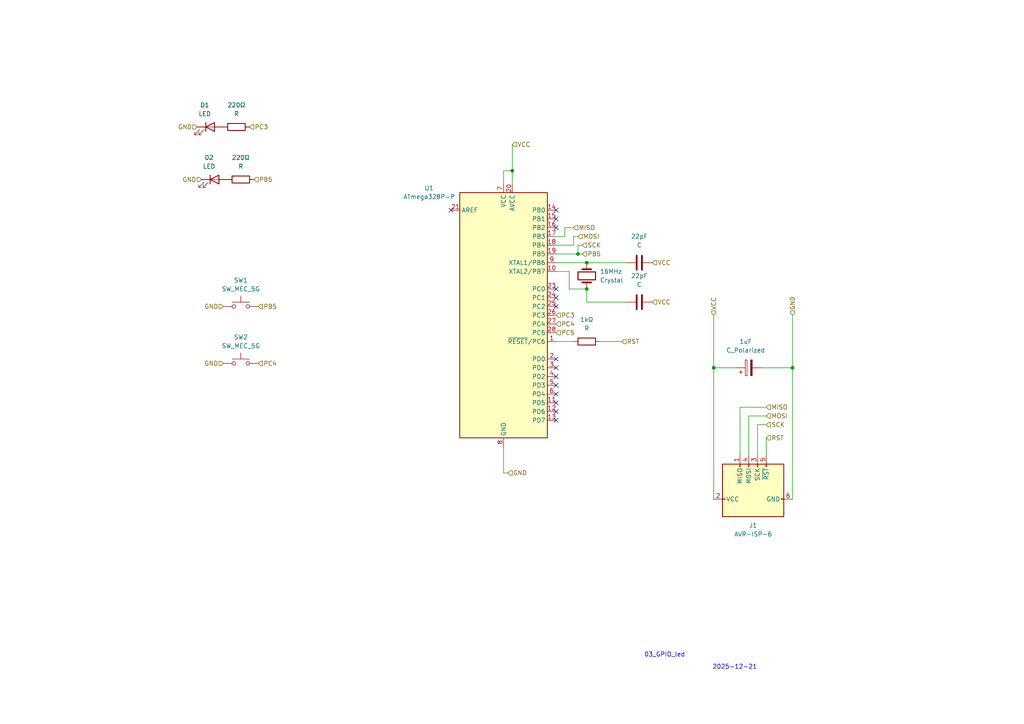
<source format=kicad_sch>
(kicad_sch (version 20250114) (generator "eeschema") (generator_version "9.0")
  (paper "A4")
  (lib_symbols
    (symbol "Connector:AVR-ISP-6" (pin_names (offset 1.016))
      (property "Reference" "J" (at -6.35 11.43 0))
      (property "Value" "AVR-ISP-6" (at 0 11.43 0))
      (symbol "AVR-ISP-6_0_1"
        (rectangle (start -2.667 10.16) (end -2.413 9.398))
        (rectangle (start -2.667 -6.858) (end -2.413 -7.62))
        (rectangle (start 7.62 10.16) (end -7.62 -7.62) (stroke (width 0.254)) (fill (type background)))
        (rectangle (start 7.62 5.207) (end 6.858 4.953))
        (rectangle (start 7.62 2.667) (end 6.858 2.413))
        (rectangle (start 7.62 0.127) (end 6.858 -0.127))
        (rectangle (start 7.62 -2.413) (end 6.858 -2.667))
      )
      (symbol "AVR-ISP-6_1_1"
        (pin passive line (at -2.54 12.7 270) (length 2.54) (name "VCC") (number "2"))
        (pin passive line (at -2.54 -10.16 90) (length 2.54) (name "GND") (number "6"))
        (pin passive line (at 10.16 5.08 180) (length 2.54) (name "MISO") (number "1"))
        (pin passive line (at 10.16 2.54 180) (length 2.54) (name "MOSI") (number "4"))
        (pin passive line (at 10.16 0 180) (length 2.54) (name "SCK") (number "3"))
        (pin passive line (at 10.16 -2.54 180) (length 2.54) (name "~{RST}") (number "5"))
      )
    )
    (symbol "Device:C" (pin_numbers (hide yes)) (pin_names (offset 0.254))
      (property "Reference" "C" (at 0.635 2.54 0))
      (property "Value" "C" (at 0.635 -2.54 0))
      (symbol "C_0_1"
        (polyline (pts (xy -2.032 0.762) (xy 2.032 0.762)) (stroke (width 0.508)))
        (polyline (pts (xy -2.032 -0.762) (xy 2.032 -0.762)) (stroke (width 0.508)))
      )
      (symbol "C_1_1"
        (pin passive line (at 0 3.81 270) (length 2.794) (name "~") (number "1"))
        (pin passive line (at 0 -3.81 90) (length 2.794) (name "~") (number "2"))
      )
    )
    (symbol "Device:C_Polarized" (pin_numbers (hide yes)) (pin_names (offset 0.254))
      (property "Reference" "C" (at 0.635 2.54 0))
      (property "Value" "C_Polarized" (at 0.635 -2.54 0))
      (symbol "C_Polarized_0_1"
        (rectangle (start -2.286 0.508) (end 2.286 1.016))
        (polyline (pts (xy -1.778 2.286) (xy -0.762 2.286)))
        (polyline (pts (xy -1.27 2.794) (xy -1.27 1.778)))
        (rectangle (start 2.286 -0.508) (end -2.286 -1.016) (fill (type outline)))
      )
      (symbol "C_Polarized_1_1"
        (pin passive line (at 0 3.81 270) (length 2.794) (name "~") (number "1"))
        (pin passive line (at 0 -3.81 90) (length 2.794) (name "~") (number "2"))
      )
    )
    (symbol "Device:Crystal" (pin_numbers (hide yes)) (pin_names (offset 1.016) (hide yes))
      (property "Reference" "Y" (at 0 3.81 0))
      (property "Value" "Crystal" (at 0 -3.81 0))
      (symbol "Crystal_0_1"
        (polyline (pts (xy -2.54 0) (xy -1.905 0)))
        (polyline (pts (xy -1.905 -1.27) (xy -1.905 1.27)) (stroke (width 0.508)))
        (rectangle (start -1.143 2.54) (end 1.143 -2.54) (stroke (width 0.3048)))
        (polyline (pts (xy 1.905 -1.27) (xy 1.905 1.27)) (stroke (width 0.508)))
        (polyline (pts (xy 2.54 0) (xy 1.905 0)))
      )
      (symbol "Crystal_1_1"
        (pin passive line (at -3.81 0 0) (length 1.27) (name "1") (number "1"))
        (pin passive line (at 3.81 0 180) (length 1.27) (name "2") (number "2"))
      )
    )
    (symbol "Device:LED" (pin_numbers (hide yes)) (pin_names (offset 1.016) (hide yes))
      (property "Reference" "D" (at 0 2.54 0))
      (property "Value" "LED" (at 0 -2.54 0))
      (symbol "LED_0_1"
        (polyline (pts (xy -3.048 -0.762) (xy -4.572 -2.286) (xy -3.81 -2.286) (xy -4.572 -2.286) (xy -4.572 -1.524)))
        (polyline (pts (xy -1.778 -0.762) (xy -3.302 -2.286) (xy -2.54 -2.286) (xy -3.302 -2.286) (xy -3.302 -1.524)))
        (polyline (pts (xy -1.27 0) (xy 1.27 0)))
        (polyline (pts (xy -1.27 -1.27) (xy -1.27 1.27)) (stroke (width 0.254)))
        (polyline (pts (xy 1.27 -1.27) (xy 1.27 1.27) (xy -1.27 0) (xy 1.27 -1.27)) (stroke (width 0.254)))
      )
      (symbol "LED_1_1"
        (pin passive line (at -3.81 0 0) (length 2.54) (name "K") (number "1"))
        (pin passive line (at 3.81 0 180) (length 2.54) (name "A") (number "2"))
      )
    )
    (symbol "Device:R" (pin_numbers (hide yes)) (pin_names (offset 0))
      (property "Reference" "R" (at 2.032 0 90))
      (property "Value" "R" (at 0 0 90))
      (symbol "R_0_1"
        (rectangle (start -1.016 -2.54) (end 1.016 2.54) (stroke (width 0.254)))
      )
      (symbol "R_1_1"
        (pin passive line (at 0 3.81 270) (length 1.27) (name "~") (number "1"))
        (pin passive line (at 0 -3.81 90) (length 1.27) (name "~") (number "2"))
      )
    )
    (symbol "MCU_Microchip_ATmega:ATmega328P-P"
      (property "Reference" "U" (at -12.7 36.83 0))
      (property "Value" "ATmega328P-P" (at 2.54 -36.83 0))
      (symbol "ATmega328P-P_0_1"
        (rectangle (start -12.7 -35.56) (end 12.7 35.56) (stroke (width 0.254)) (fill (type background)))
      )
      (symbol "ATmega328P-P_1_1"
        (pin passive line (at -15.24 30.48 0) (length 2.54) (name "AREF") (number "21"))
        (pin power_in line (at 0 38.1 270) (length 2.54) (name "VCC") (number "7"))
        (pin passive line (at 0 -38.1 90) (length 2.54) (hide yes) (name "GND") (number "22"))
        (pin power_in line (at 0 -38.1 90) (length 2.54) (name "GND") (number "8"))
        (pin power_in line (at 2.54 38.1 270) (length 2.54) (name "AVCC") (number "20"))
        (pin bidirectional line (at 15.24 30.48 180) (length 2.54) (name "PB0") (number "14"))
        (pin bidirectional line (at 15.24 27.94 180) (length 2.54) (name "PB1") (number "15"))
        (pin bidirectional line (at 15.24 25.4 180) (length 2.54) (name "PB2") (number "16"))
        (pin bidirectional line (at 15.24 22.86 180) (length 2.54) (name "PB3") (number "17"))
        (pin bidirectional line (at 15.24 20.32 180) (length 2.54) (name "PB4") (number "18"))
        (pin bidirectional line (at 15.24 17.78 180) (length 2.54) (name "PB5") (number "19"))
        (pin bidirectional line (at 15.24 15.24 180) (length 2.54) (name "XTAL1/PB6") (number "9"))
        (pin bidirectional line (at 15.24 12.7 180) (length 2.54) (name "XTAL2/PB7") (number "10"))
        (pin bidirectional line (at 15.24 7.62 180) (length 2.54) (name "PC0") (number "23"))
        (pin bidirectional line (at 15.24 5.08 180) (length 2.54) (name "PC1") (number "24"))
        (pin bidirectional line (at 15.24 2.54 180) (length 2.54) (name "PC2") (number "25"))
        (pin bidirectional line (at 15.24 0 180) (length 2.54) (name "PC3") (number "26"))
        (pin bidirectional line (at 15.24 -2.54 180) (length 2.54) (name "PC4") (number "27"))
        (pin bidirectional line (at 15.24 -5.08 180) (length 2.54) (name "PC5") (number "28"))
        (pin bidirectional line (at 15.24 -7.62 180) (length 2.54) (name "~{RESET}/PC6") (number "1"))
        (pin bidirectional line (at 15.24 -12.7 180) (length 2.54) (name "PD0") (number "2"))
        (pin bidirectional line (at 15.24 -15.24 180) (length 2.54) (name "PD1") (number "3"))
        (pin bidirectional line (at 15.24 -17.78 180) (length 2.54) (name "PD2") (number "4"))
        (pin bidirectional line (at 15.24 -20.32 180) (length 2.54) (name "PD3") (number "5"))
        (pin bidirectional line (at 15.24 -22.86 180) (length 2.54) (name "PD4") (number "6"))
        (pin bidirectional line (at 15.24 -25.4 180) (length 2.54) (name "PD5") (number "11"))
        (pin bidirectional line (at 15.24 -27.94 180) (length 2.54) (name "PD6") (number "12"))
        (pin bidirectional line (at 15.24 -30.48 180) (length 2.54) (name "PD7") (number "13"))
      )
    )
    (symbol "Switch:SW_MEC_5G" (pin_numbers (hide yes)) (pin_names (offset 1.016) (hide yes))
      (property "Reference" "SW" (at 1.27 2.54 0))
      (property "Value" "SW_MEC_5G" (at 0 -1.524 0))
      (symbol "SW_MEC_5G_0_1"
        (circle (center -2.032 0) (radius 0.508))
        (polyline (pts (xy 0 1.27) (xy 0 3.048)))
        (circle (center 2.032 0) (radius 0.508))
        (polyline (pts (xy 2.54 1.27) (xy -2.54 1.27)))
        (pin passive line (at -5.08 0 0) (length 2.54) (name "A") (number "1"))
        (pin passive line (at 5.08 0 180) (length 2.54) (name "B") (number "3"))
      )
      (symbol "SW_MEC_5G_1_1"
        (pin passive line (at -5.08 0 0) (length 2.54) (hide yes) (name "A") (number "2"))
        (pin passive line (at 5.08 0 180) (length 2.54) (hide yes) (name "B") (number "4"))
      )
    )
  )
  (text "2025-12-21" (at 213.106 193.548 0) (effects (font (size 1.27 1.27))))
  (text "03_GPIO_led" (at 192.786 189.992 0) (effects (font (size 1.27 1.27))))
  (junction (at 148.59 49.53))
  (junction (at 170.18 76.2))
  (junction (at 167.64 73.66))
  (junction (at 207.01 106.68))
  (junction (at 170.18 83.82))
  (junction (at 229.87 106.68))
  (no_connect (at 161.29 66.04))
  (no_connect (at 161.29 121.92))
  (no_connect (at 161.29 104.14))
  (no_connect (at 161.29 106.68))
  (no_connect (at 161.29 119.38))
  (no_connect (at 161.29 116.84))
  (no_connect (at 161.29 111.76))
  (no_connect (at 130.81 60.96))
  (no_connect (at 161.29 114.3))
  (no_connect (at 161.29 88.9))
  (no_connect (at 161.29 60.96))
  (no_connect (at 161.29 109.22))
  (no_connect (at 161.29 86.36))
  (no_connect (at 161.29 83.82))
  (no_connect (at 161.29 63.5))
  (wire (pts (xy 214.63 118.11) (xy 222.25 118.11)))
  (wire (pts (xy 161.29 76.2) (xy 170.18 76.2)))
  (wire (pts (xy 220.98 106.68) (xy 229.87 106.68)))
  (wire (pts (xy 219.71 132.08) (xy 219.71 123.19)))
  (wire (pts (xy 163.83 68.58) (xy 161.29 68.58)))
  (wire (pts (xy 219.71 123.19) (xy 222.25 123.19)))
  (wire (pts (xy 163.83 66.04) (xy 163.83 68.58)))
  (wire (pts (xy 166.37 71.12) (xy 161.29 71.12)))
  (wire (pts (xy 146.05 137.16) (xy 147.32 137.16)))
  (wire (pts (xy 165.1 78.74) (xy 165.1 83.82)))
  (wire (pts (xy 161.29 78.74) (xy 165.1 78.74)))
  (wire (pts (xy 181.61 87.63) (xy 170.18 87.63)))
  (wire (pts (xy 166.37 68.58) (xy 167.64 68.58)))
  (wire (pts (xy 163.83 66.04) (xy 166.37 66.04)))
  (wire (pts (xy 146.05 49.53) (xy 148.59 49.53)))
  (wire (pts (xy 165.1 83.82) (xy 170.18 83.82)))
  (wire (pts (xy 167.64 73.66) (xy 168.91 73.66)))
  (wire (pts (xy 148.59 41.91) (xy 148.59 49.53)))
  (wire (pts (xy 170.18 76.2) (xy 181.61 76.2)))
  (wire (pts (xy 207.01 106.68) (xy 213.36 106.68)))
  (wire (pts (xy 173.99 99.06) (xy 180.34 99.06)))
  (wire (pts (xy 222.25 127) (xy 222.25 132.08)))
  (wire (pts (xy 229.87 106.68) (xy 229.87 91.44)))
  (wire (pts (xy 167.64 73.66) (xy 161.29 73.66)))
  (wire (pts (xy 146.05 53.34) (xy 146.05 49.53)))
  (wire (pts (xy 214.63 132.08) (xy 214.63 118.11)))
  (wire (pts (xy 167.64 71.12) (xy 168.91 71.12)))
  (wire (pts (xy 146.05 129.54) (xy 146.05 137.16)))
  (wire (pts (xy 207.01 144.78) (xy 207.01 106.68)))
  (wire (pts (xy 166.37 68.58) (xy 166.37 71.12)))
  (wire (pts (xy 170.18 87.63) (xy 170.18 83.82)))
  (wire (pts (xy 217.17 120.65) (xy 222.25 120.65)))
  (wire (pts (xy 167.64 71.12) (xy 167.64 73.66)))
  (wire (pts (xy 207.01 91.44) (xy 207.01 106.68)))
  (wire (pts (xy 229.87 144.78) (xy 229.87 106.68)))
  (wire (pts (xy 161.29 99.06) (xy 166.37 99.06)))
  (wire (pts (xy 148.59 49.53) (xy 148.59 53.34)))
  (wire (pts (xy 217.17 132.08) (xy 217.17 120.65)))
  (hierarchical_label "VCC" (shape input) (at 148.59 41.91 0))
  (hierarchical_label "PB5" (shape input) (at 168.91 73.66 0))
  (hierarchical_label "GND" (shape input) (at 229.87 91.44 90))
  (hierarchical_label "PC4" (shape input) (at 161.29 93.98 0))
  (hierarchical_label "RST" (shape input) (at 222.25 127 0))
  (hierarchical_label "VCC" (shape input) (at 189.23 87.63 0))
  (hierarchical_label "PC3" (shape input) (at 161.29 91.44 0))
  (hierarchical_label "PB5" (shape input) (at 73.66 52.07 0))
  (hierarchical_label "GND" (shape input) (at 64.77 88.9 180))
  (hierarchical_label "VCC" (shape input) (at 207.01 91.44 90))
  (hierarchical_label "GND" (shape input) (at 147.32 137.16 0))
  (hierarchical_label "MOSI" (shape input) (at 167.64 68.58 0))
  (hierarchical_label "GND" (shape input) (at 58.42 52.07 180))
  (hierarchical_label "PB5" (shape input) (at 74.93 88.9 0))
  (hierarchical_label "MISO" (shape input) (at 222.25 118.11 0))
  (hierarchical_label "PC3" (shape input) (at 72.39 36.83 0))
  (hierarchical_label "MISO" (shape input) (at 166.37 66.04 0))
  (hierarchical_label "PC4" (shape input) (at 74.93 105.41 0))
  (hierarchical_label "PC5" (shape input) (at 161.29 96.52 0))
  (hierarchical_label "SCK" (shape input) (at 168.91 71.12 0))
  (hierarchical_label "GND" (shape input) (at 64.77 105.41 180))
  (hierarchical_label "GND" (shape input) (at 57.15 36.83 180))
  (hierarchical_label "RST" (shape input) (at 180.34 99.06 0))
  (hierarchical_label "SCK" (shape input) (at 222.25 123.19 0))
  (hierarchical_label "MOSI" (shape input) (at 222.25 120.65 0))
  (hierarchical_label "VCC" (shape input) (at 189.23 76.2 0))
  (symbol (lib_id "Device:LED") (at 60.96 36.83 0) (unit 1)
    (property "Reference" "D1" (at 59.3725 30.48 0))
    (property "Value" "LED" (at 59.3725 33.02 0))
    (property "Description" "Light emitting diode" (effects (hide yes)))
    (property "Sim.Pins" "1=K 2=A" (effects (hide yes)))
  )
  (symbol (lib_id "Device:C") (at 185.42 76.2 90) (unit 1)
    (property "Reference" "22pF" (at 185.42 68.58 90))
    (property "Value" "C" (at 185.42 71.12 90))
    (property "Description" "Unpolarized capacitor" (effects (hide yes)))
  )
  (symbol (lib_id "Device:R") (at 69.85 52.07 90) (unit 1)
    (property "Reference" "220Ω" (at 69.85 45.72 90))
    (property "Value" "R" (at 69.85 48.26 90))
    (property "Description" "Resistor" (effects (hide yes)))
  )
  (symbol (lib_id "Connector:AVR-ISP-6") (at 219.71 142.24 90) (unit 1)
    (property "Reference" "J1" (at 218.44 152.4 90))
    (property "Value" "AVR-ISP-6" (at 218.44 154.94 90))
    (property "Description" "Atmel 6-pin ISP connector" (effects (hide yes)))
  )
  (symbol (lib_id "Device:R") (at 170.18 99.06 90) (unit 1)
    (property "Reference" "1kΩ" (at 170.18 92.71 90))
    (property "Value" "R" (at 170.18 95.25 90))
    (property "Description" "Resistor" (effects (hide yes)))
  )
  (symbol (lib_id "MCU_Microchip_ATmega:ATmega328P-P") (at 146.05 91.44 0) (unit 1)
    (property "Reference" "U1" (at 124.46 54.5398 0))
    (property "Value" "ATmega328P-P" (at 124.46 57.0798 0))
    (property "Footprint" "Package_DIP:DIP-28_W7.62mm" (effects (hide yes)))
    (property "Datasheet" "http://ww1.microchip.com/downloads/en/DeviceDoc/ATmega328_P%20AVR%20MCU%20with%20picoPower%20Technology%20Data%20Sheet%2040001984A.pdf" (effects (hide yes)))
    (property "Description" "20MHz, 32kB Flash, 2kB SRAM, 1kB EEPROM, DIP-28" (effects (hide yes)))
  )
  (symbol (lib_id "Device:Crystal") (at 170.18 80.01 90) (unit 1)
    (property "Reference" "16MHz" (at 173.99 78.7399 90) (effects (justify right)))
    (property "Value" "Crystal" (at 173.99 81.2799 90) (effects (justify right)))
    (property "Description" "Two pin crystal" (effects (hide yes)))
  )
  (symbol (lib_id "Device:C_Polarized") (at 217.17 106.68 90) (unit 1)
    (property "Reference" "1uF" (at 216.281 99.06 90))
    (property "Value" "C_Polarized" (at 216.281 101.6 90))
    (property "Description" "Polarized capacitor" (effects (hide yes)))
  )
  (symbol (lib_id "Device:LED") (at 62.23 52.07 0) (unit 1)
    (property "Reference" "D2" (at 60.6425 45.72 0))
    (property "Value" "LED" (at 60.6425 48.26 0))
    (property "Description" "Light emitting diode" (effects (hide yes)))
    (property "Sim.Pins" "1=K 2=A" (effects (hide yes)))
  )
  (symbol (lib_id "Switch:SW_MEC_5G") (at 69.85 105.41 0) (unit 1)
    (property "Reference" "SW2" (at 69.85 97.79 0))
    (property "Value" "SW_MEC_5G" (at 69.85 100.33 0))
    (property "Datasheet" "http://www.apem.com/int/index.php?controller=attachment&id_attachment=488" (effects (hide yes)))
    (property "Description" "MEC 5G single pole normally-open tactile switch" (effects (hide yes)))
  )
  (symbol (lib_id "Device:R") (at 68.58 36.83 90) (unit 1)
    (property "Reference" "220Ω" (at 68.58 30.48 90))
    (property "Value" "R" (at 68.58 33.02 90))
    (property "Description" "Resistor" (effects (hide yes)))
  )
  (symbol (lib_id "Device:C") (at 185.42 87.63 90) (unit 1)
    (property "Reference" "22pF" (at 185.42 80.01 90))
    (property "Value" "C" (at 185.42 82.55 90))
    (property "Description" "Unpolarized capacitor" (effects (hide yes)))
  )
  (symbol (lib_id "Switch:SW_MEC_5G") (at 69.85 88.9 0) (unit 1)
    (property "Reference" "SW1" (at 69.85 81.28 0))
    (property "Value" "SW_MEC_5G" (at 69.85 83.82 0))
    (property "Datasheet" "http://www.apem.com/int/index.php?controller=attachment&id_attachment=488" (effects (hide yes)))
    (property "Description" "MEC 5G single pole normally-open tactile switch" (effects (hide yes)))
  )
)
</source>
